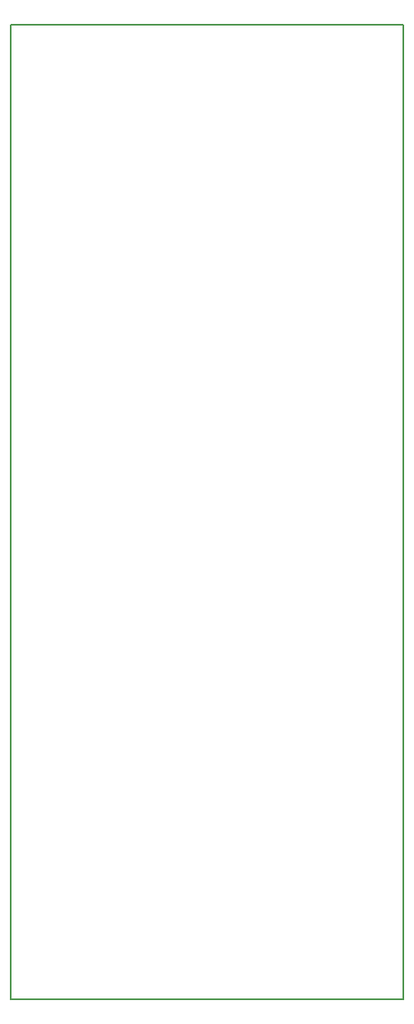
<source format=gbr>
%TF.GenerationSoftware,KiCad,Pcbnew,7.0.6*%
%TF.CreationDate,2023-07-26T19:03:53+01:00*%
%TF.ProjectId,Hypersoniq_Components,48797065-7273-46f6-9e69-715f436f6d70,rev?*%
%TF.SameCoordinates,Original*%
%TF.FileFunction,Profile,NP*%
%FSLAX46Y46*%
G04 Gerber Fmt 4.6, Leading zero omitted, Abs format (unit mm)*
G04 Created by KiCad (PCBNEW 7.0.6) date 2023-07-26 19:03:53*
%MOMM*%
%LPD*%
G01*
G04 APERTURE LIST*
%TA.AperFunction,Profile*%
%ADD10C,0.150000*%
%TD*%
G04 APERTURE END LIST*
D10*
X90400000Y-50000000D02*
X90400000Y-150000000D01*
X50000000Y-50000000D02*
X90400000Y-50000000D01*
X50000000Y-50000000D02*
X50000000Y-150000000D01*
X50000000Y-150000000D02*
X90400000Y-150000000D01*
M02*

</source>
